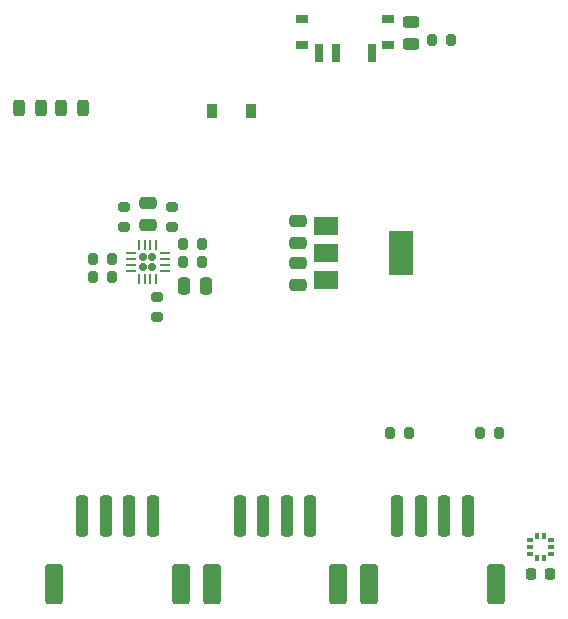
<source format=gbr>
%TF.GenerationSoftware,KiCad,Pcbnew,(6.0.8)*%
%TF.CreationDate,2023-01-25T20:09:53-08:00*%
%TF.ProjectId,GN-ESSP32,474e2d45-5353-4503-9332-2e6b69636164,rev?*%
%TF.SameCoordinates,Original*%
%TF.FileFunction,Paste,Top*%
%TF.FilePolarity,Positive*%
%FSLAX46Y46*%
G04 Gerber Fmt 4.6, Leading zero omitted, Abs format (unit mm)*
G04 Created by KiCad (PCBNEW (6.0.8)) date 2023-01-25 20:09:53*
%MOMM*%
%LPD*%
G01*
G04 APERTURE LIST*
G04 Aperture macros list*
%AMRoundRect*
0 Rectangle with rounded corners*
0 $1 Rounding radius*
0 $2 $3 $4 $5 $6 $7 $8 $9 X,Y pos of 4 corners*
0 Add a 4 corners polygon primitive as box body*
4,1,4,$2,$3,$4,$5,$6,$7,$8,$9,$2,$3,0*
0 Add four circle primitives for the rounded corners*
1,1,$1+$1,$2,$3*
1,1,$1+$1,$4,$5*
1,1,$1+$1,$6,$7*
1,1,$1+$1,$8,$9*
0 Add four rect primitives between the rounded corners*
20,1,$1+$1,$2,$3,$4,$5,0*
20,1,$1+$1,$4,$5,$6,$7,0*
20,1,$1+$1,$6,$7,$8,$9,0*
20,1,$1+$1,$8,$9,$2,$3,0*%
G04 Aperture macros list end*
%ADD10RoundRect,0.200000X-0.200000X-0.275000X0.200000X-0.275000X0.200000X0.275000X-0.200000X0.275000X0*%
%ADD11RoundRect,0.250000X0.475000X-0.250000X0.475000X0.250000X-0.475000X0.250000X-0.475000X-0.250000X0*%
%ADD12RoundRect,0.200000X0.200000X0.275000X-0.200000X0.275000X-0.200000X-0.275000X0.200000X-0.275000X0*%
%ADD13RoundRect,0.200000X0.275000X-0.200000X0.275000X0.200000X-0.275000X0.200000X-0.275000X-0.200000X0*%
%ADD14RoundRect,0.243750X-0.243750X-0.456250X0.243750X-0.456250X0.243750X0.456250X-0.243750X0.456250X0*%
%ADD15R,2.000000X1.500000*%
%ADD16R,2.000000X3.800000*%
%ADD17RoundRect,0.250000X-0.250000X-0.475000X0.250000X-0.475000X0.250000X0.475000X-0.250000X0.475000X0*%
%ADD18R,0.900000X1.200000*%
%ADD19RoundRect,0.250000X-0.250000X-1.500000X0.250000X-1.500000X0.250000X1.500000X-0.250000X1.500000X0*%
%ADD20RoundRect,0.250001X-0.499999X-1.449999X0.499999X-1.449999X0.499999X1.449999X-0.499999X1.449999X0*%
%ADD21R,1.000000X0.800000*%
%ADD22R,0.700000X1.500000*%
%ADD23RoundRect,0.200000X-0.275000X0.200000X-0.275000X-0.200000X0.275000X-0.200000X0.275000X0.200000X0*%
%ADD24RoundRect,0.225000X-0.225000X-0.250000X0.225000X-0.250000X0.225000X0.250000X-0.225000X0.250000X0*%
%ADD25RoundRect,0.160000X-0.160000X0.160000X-0.160000X-0.160000X0.160000X-0.160000X0.160000X0.160000X0*%
%ADD26RoundRect,0.062500X-0.062500X0.375000X-0.062500X-0.375000X0.062500X-0.375000X0.062500X0.375000X0*%
%ADD27RoundRect,0.062500X-0.375000X0.062500X-0.375000X-0.062500X0.375000X-0.062500X0.375000X0.062500X0*%
%ADD28RoundRect,0.243750X-0.456250X0.243750X-0.456250X-0.243750X0.456250X-0.243750X0.456250X0.243750X0*%
%ADD29RoundRect,0.100000X-0.100000X0.175000X-0.100000X-0.175000X0.100000X-0.175000X0.100000X0.175000X0*%
%ADD30RoundRect,0.100000X-0.175000X0.100000X-0.175000X-0.100000X0.175000X-0.100000X0.175000X0.100000X0*%
G04 APERTURE END LIST*
D10*
%TO.C,R8*%
X145733000Y-97282000D03*
X147383000Y-97282000D03*
%TD*%
%TO.C,R1*%
X170879000Y-112014000D03*
X172529000Y-112014000D03*
%TD*%
D11*
%TO.C,C3*%
X150368000Y-94422000D03*
X150368000Y-92522000D03*
%TD*%
D12*
%TO.C,R10*%
X176085000Y-78740000D03*
X174435000Y-78740000D03*
%TD*%
D13*
%TO.C,R6*%
X148336000Y-94551000D03*
X148336000Y-92901000D03*
%TD*%
D10*
%TO.C,R5*%
X153353000Y-97536000D03*
X155003000Y-97536000D03*
%TD*%
D14*
%TO.C,D3*%
X143067054Y-84503666D03*
X144942054Y-84503666D03*
%TD*%
D15*
%TO.C,U3*%
X165506000Y-94474000D03*
X165506000Y-96774000D03*
D16*
X171806000Y-96774000D03*
D15*
X165506000Y-99074000D03*
%TD*%
D17*
%TO.C,C1*%
X153448336Y-99573820D03*
X155348336Y-99573820D03*
%TD*%
D10*
%TO.C,R7*%
X145733000Y-98806000D03*
X147383000Y-98806000D03*
%TD*%
D18*
%TO.C,D1*%
X155830000Y-84774016D03*
X159130000Y-84774016D03*
%TD*%
D13*
%TO.C,R9*%
X152400000Y-94551000D03*
X152400000Y-92901000D03*
%TD*%
D10*
%TO.C,R2*%
X178499000Y-112014000D03*
X180149000Y-112014000D03*
%TD*%
D11*
%TO.C,C5*%
X163068000Y-95946000D03*
X163068000Y-94046000D03*
%TD*%
D19*
%TO.C,J2*%
X158163000Y-119070000D03*
X160163000Y-119070000D03*
X162163000Y-119070000D03*
X164163000Y-119070000D03*
D20*
X155813000Y-124820000D03*
X166513000Y-124820000D03*
%TD*%
D21*
%TO.C,SW1*%
X163453596Y-79180024D03*
X170753596Y-79180024D03*
X163453596Y-76970024D03*
X170753596Y-76970024D03*
D22*
X169353596Y-79830024D03*
X166353596Y-79830024D03*
X164853596Y-79830024D03*
%TD*%
D19*
%TO.C,J1*%
X171498000Y-119070000D03*
X173498000Y-119070000D03*
X175498000Y-119070000D03*
X177498000Y-119070000D03*
D20*
X179848000Y-124820000D03*
X169148000Y-124820000D03*
%TD*%
D23*
%TO.C,R3*%
X151130000Y-100521000D03*
X151130000Y-102171000D03*
%TD*%
D24*
%TO.C,C6*%
X182867898Y-123965712D03*
X184417898Y-123965712D03*
%TD*%
D25*
%TO.C,U2*%
X149968000Y-97136000D03*
X149968000Y-97936000D03*
X150768000Y-97136000D03*
X150768000Y-97936000D03*
D26*
X151118000Y-96098500D03*
X150618000Y-96098500D03*
X150118000Y-96098500D03*
X149618000Y-96098500D03*
D27*
X148930500Y-96786000D03*
X148930500Y-97286000D03*
X148930500Y-97786000D03*
X148930500Y-98286000D03*
D26*
X149618000Y-98973500D03*
X150118000Y-98973500D03*
X150618000Y-98973500D03*
X151118000Y-98973500D03*
D27*
X151805500Y-98286000D03*
X151805500Y-97786000D03*
X151805500Y-97286000D03*
X151805500Y-96786000D03*
%TD*%
D28*
%TO.C,D4*%
X172691596Y-77241524D03*
X172691596Y-79116524D03*
%TD*%
D14*
%TO.C,D2*%
X139511054Y-84503666D03*
X141386054Y-84503666D03*
%TD*%
D19*
%TO.C,J3*%
X144828000Y-119070000D03*
X146828000Y-119070000D03*
X148828000Y-119070000D03*
X150828000Y-119070000D03*
D20*
X153178000Y-124820000D03*
X142478000Y-124820000D03*
%TD*%
D11*
%TO.C,C4*%
X163068000Y-99502000D03*
X163068000Y-97602000D03*
%TD*%
D29*
%TO.C,U1*%
X183942000Y-120741000D03*
X183342000Y-120741000D03*
D30*
X182717000Y-121066000D03*
X182717000Y-121666000D03*
X182717000Y-122266000D03*
D29*
X183342000Y-122591000D03*
X183942000Y-122591000D03*
D30*
X184567000Y-122266000D03*
X184567000Y-121666000D03*
X184567000Y-121066000D03*
%TD*%
D10*
%TO.C,R4*%
X153353000Y-96012000D03*
X155003000Y-96012000D03*
%TD*%
M02*

</source>
